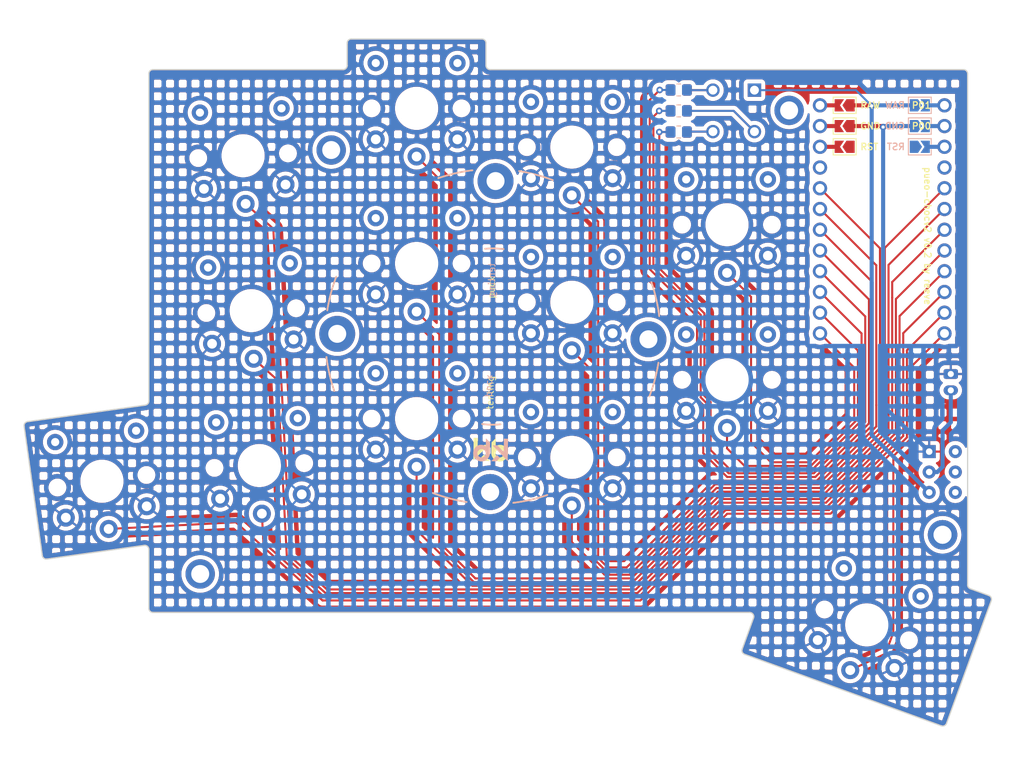
<source format=kicad_pcb>
(kicad_pcb (version 20240108) (generator "pcbnew") (generator_version "8.0")
  (title_block (title "pueo") (rev "0.1") (company "grassfedreeve"))
  (layers (0 "F.Cu" signal) (31 "B.Cu" signal) (34 "B.Paste" user) (35 "F.Paste" user) (36 "B.SilkS" user "B.Silkscreen") (37 "F.SilkS" user "F.Silkscreen") (38 "B.Mask" user) (39 "F.Mask" user) (44 "Edge.Cuts" user))
  (net 0 "")
  (net 1 "P2")
  (net 2 "P6")
  (net 3 "P4")
  (net 4 "P3")
  (net 5 "P5")
  (net 6 "P7")
  (net 7 "P8")
  (net 8 "RAW")
  (net 9 "GND")
  (net 10 "RST")
  (net 11 "P21")
  (net 12 "P20")
  (net 13 "P19")
  (net 14 "P18")
  (net 15 "P15")
  (net 16 "P14")
  (net 17 "P16")
  (net 18 "P10")
  (net 19 "P9")
  (footprint "trochilidae:ChocV2SimpleReversible" (layer "F.Cu") (at 114.654126 66.312127 3)
    (property "Reference" "S4" (hide yes))
    (property "Value" "" (hide yes))
  )
  (footprint "trochilidae:ChocV2SimpleReversible" (layer "F.Cu") (at 190.991616 123.778467 -20)
    (property "Reference" "S13" (hide yes))
    (property "Value" "" (hide yes))
  )
  (footprint "Resistor_SMD:R_0805_2012Metric_Pad1.20x1.40mm_HandSolder" (layer "F.Cu") (at 167.981278 58.254488)
    (property "Reference" "REF**" (hide yes))
    (property "Value" "R_0805_2012Metric_Pad1.20x1.40mm_HandSolder")
  )
  (footprint "trochilidae:ChocV2SimpleReversible" (layer "F.Cu") (at 154.891617 103.258466)
    (property "Reference" "S8" (hide yes))
    (property "Value" "" (hide yes))
  )
  (footprint "" (layer "F.Cu") (at 201.2827 95.04847)
    (property "Reference" "")
    (property "Value" "")
  )
  (footprint "trochilidae:ChocV2SimpleReversible" (layer "F.Cu") (at 115.648508 85.286084 3)
    (property "Reference" "S3" (hide yes))
    (property "Value" "" (hide yes))
  )
  (footprint "trochilidae:ChocV2SimpleReversible" (layer "F.Cu") (at 135.891616 98.50847)
    (property "Reference" "S5" (hide yes))
    (property "Value" "" (hide yes))
  )
  (footprint "" (layer "F.Cu") (at 144.891617 107.508466)
    (property "Reference" "")
    (property "Value" "")
  )
  (footprint "trochilidae:M2MountingHoleSimple" (layer "F.Cu") (at 109.402834 117.541819)
    (property "Reference" "REF**" (hide yes))
    (property "Value" "Val**" (hide yes))
  )
  (footprint "Resistor_SMD:R_0805_2012Metric_Pad1.20x1.40mm_HandSolder" (layer "F.Cu") (at 167.981278 60.817944)
    (property "Reference" "REF**" (hide yes))
    (property "Value" "R_0805_2012Metric_Pad1.20x1.40mm_HandSolder")
  )
  (footprint "trochilidae:ChocV2SimpleReversible" (layer "F.Cu") (at 173.891619 74.758469)
    (property "Reference" "S12" (hide yes))
    (property "Value" "" (hide yes))
  )
  (footprint "trochilidae:M2MountingHoleSimple" (layer "F.Cu") (at 125.439323 65.61308)
    (property "Reference" "REF**" (hide yes))
    (property "Value" "Val**" (hide yes))
  )
  (footprint "" (layer "F.Cu") (at 201.282701 93.048471)
    (property "Reference" "")
    (property "Value" "")
  )
  (footprint "trochilidae:ChocV2SimpleReversible" (layer "F.Cu") (at 173.891617 93.758465)
    (property "Reference" "S11" (hide yes))
    (property "Value" "" (hide yes))
  )
  (footprint "trochilidae:ChocV2SimpleReversible" (layer "F.Cu") (at 154.891618 65.258469)
    (property "Reference" "S10" (hide yes))
    (property "Value" "" (hide yes))
  )
  (footprint "trochilidae:M2MountingHoleSimple" (layer "F.Cu") (at 181.491618 60.758466)
    (property "Reference" "REF**" (hide yes))
    (property "Value" "Val**" (hide yes))
  )
  (footprint "trochilidae:ProMicroSimpleJumper" (layer "F.Cu") (at 192.891618 74.108468 -90)
    (property "Reference" "MCU1" (hide yes))
    (property "Value" "" (hide yes))
  )
  (footprint "trochilidae:ChocV2SimpleReversible" (layer "F.Cu") (at 135.891615 79.508466)
    (property "Reference" "S6" (hide yes))
    (property "Value" "" (hide yes))
  )
  (footprint "trochilidae:ChocV2SimpleReversible" (layer "F.Cu") (at 116.642893 104.260046 3)
    (property "Reference" "S2" (hide yes))
    (property "Value" "" (hide yes))
  )
  (footprint "trochilidae:ChocV2SimpleReversible" (layer "F.Cu") (at 135.891618 60.508467)
    (property "Reference" "S7" (hide yes))
    (property "Value" "" (hide yes))
  )
  (footprint "Resistor_SMD:R_0805_2012Metric_Pad1.20x1.40mm_HandSolder" (layer "F.Cu") (at 167.981279 63.404489)
    (property "Reference" "REF**" (hide yes))
    (property "Value" "R_0805_2012Metric_Pad1.20x1.40mm_HandSolder")
  )
  (footprint "trochilidae:M2MountingHoleSimple" (layer "F.Cu") (at 200.274472 112.742162)
    (property "Reference" "REF**" (hide yes))
    (property "Value" "Val**" (hide yes))
  )
  (footprint "trochilidae:Tenting_Puck2" (layer "F.Cu") (at 145.224085 88.461367 -1)
    (property "Reference" "REF**" (hide yes))
    (property "Value" "Tenting Puck" (hide yes))
  )
  (footprint "" (layer "F.Cu") (at 200.274472 112.742162)
    (property "Reference" "")
    (property "Value" "")
  )
  (footprint "trochilidae:ChocV2SimpleReversible" (layer "F.Cu") (at 97.374678 106.185178 8)
    (property "Reference" "S1" (hide yes))
    (property "Value" "" (hide yes))
  )
  (footprint "trochilidae:LED_1451" (layer "F.Cu") (at 174.70814 60.817938 -90)
    (property "Reference" "REF**" (hide yes))
    (property "Value" "LED_1451")
  )
  (footprint "trochilidae:ChocV2SimpleReversible" (layer "F.Cu") (at 154.891619 84.258469)
    (property "Reference" "S9" (hide yes))
    (property "Value" "" (hide yes))
  )
  (footprint "Resistor_SMD:R_0805_2012Metric_Pad1.20x1.40mm_HandSolder" (layer "B.Cu") (at 167.981278 58.254488 180)
    (property "Reference" "REF**" (hide yes))
    (property "Value" "R_0805_2012Metric_Pad1.20x1.40mm_HandSolder")
  )
  (footprint "Resistor_SMD:R_0805_2012Metric_Pad1.20x1.40mm_HandSolder" (layer "B.Cu") (at 167.981279 63.404489 180)
    (property "Reference" "REF**" (hide yes))
    (property "Value" "R_0805_2012Metric_Pad1.20x1.40mm_HandSolder")
  )
  (footprint "Button_Switch_THT:SW_E-Switch_EG1271_SPDT" (layer "B.Cu") (at 198.638611 102.553469 -90)
    (property "Reference" "on/off" (hide yes))
    (property "Value" "SW_E-Switch_EG1271_SPDT" (hide yes))
  )
  (footprint "Resistor_SMD:R_0805_2012Metric_Pad1.20x1.40mm_HandSolder" (layer "B.Cu") (at 167.981278 60.817944 180)
    (property "Reference" "REF**" (hide yes))
    (property "Value" "R_0805_2012Metric_Pad1.20x1.40mm_HandSolder")
  )
  (gr_arc (start 127.391617 52.508462) (mid 127.538066 52.154904) (end 127.891618 52.008467) (stroke (width 0.15)) (layer "Edge.Cuts"))
  (gr_line (start 205.937191 120.172699) (end 203.670607 119.347735) (stroke (width 0.15)) (layer "Edge.Cuts"))
  (gr_arc (start 127.391617 55.258467) (mid 127.245171 55.612014) (end 126.891616 55.75847) (stroke (width 0.15)) (layer "Edge.Cuts"))
  (gr_line (start 87.844017 99.446004) (end 90.070787 115.290293) (stroke (width 0.15)) (layer "Edge.Cuts"))
  (gr_line (start 203.341619 118.877887) (end 203.341618 56.258468) (stroke (width 0.15)) (layer "Edge.Cuts"))
  (gr_line (start 88.269563 98.881282) (end 102.686206 96.855156) (stroke (width 0.15)) (layer "Edge.Cuts"))
  (gr_arc (start 103.116618 56.258467) (mid 103.263065 55.904907) (end 103.616618 55.758466) (stroke (width 0.15)) (layer "Edge.Cuts"))
  (gr_arc (start 200.763705 135.848639) (mid 200.505172 136.130813) (end 200.122846 136.147473) (stroke (width 0.15)) (layer "Edge.Cuts"))
  (gr_arc (start 144.891616 55.758467) (mid 144.538086 55.612007) (end 144.391618 55.258466) (stroke (width 0.15)) (layer "Edge.Cuts"))
  (gr_line (start 177.135354 122.92948) (end 175.747211 126.74338) (stroke (width 0.15)) (layer "Edge.Cuts"))
  (gr_arc (start 103.116616 96.360023) (mid 102.993951 96.688013) (end 102.686206 96.855156) (stroke (width 0.15)) (layer "Edge.Cuts"))
  (gr_arc (start 202.841618 55.758469) (mid 203.195189 55.904912) (end 203.341618 56.258468) (stroke (width 0.15)) (layer "Edge.Cuts"))
  (gr_line (start 143.891619 52.008471) (end 127.891618 52.008467) (stroke (width 0.15)) (layer "Edge.Cuts"))
  (gr_line (start 126.891616 55.75847) (end 103.616618 55.758466) (stroke (width 0.15)) (layer "Edge.Cuts"))
  (gr_line (start 103.116618 114.536918) (end 103.116617 121.758467) (stroke (width 0.15)) (layer "Edge.Cuts"))
  (gr_line (start 144.391618 55.258466) (end 144.391617 52.508469) (stroke (width 0.15)) (layer "Edge.Cuts"))
  (gr_arc (start 102.54703 114.041786) (mid 102.944655 114.159551) (end 103.116618 114.536918) (stroke (width 0.15)) (layer "Edge.Cuts"))
  (gr_arc (start 90.635506 115.71584) (mid 90.265027 115.620009) (end 90.070787 115.290293) (stroke (width 0.15)) (layer "Edge.Cuts"))
  (gr_arc (start 176.046045 127.384233) (mid 175.76389 127.125697) (end 175.747211 126.74338) (stroke (width 0.15)) (layer "Edge.Cuts"))
  (gr_line (start 200.763705 135.848639) (end 206.236028 120.813557) (stroke (width 0.15)) (layer "Edge.Cuts"))
  (gr_arc (start 87.844017 99.446007) (mid 87.939813 99.075486) (end 88.269563 98.881282) (stroke (width 0.15)) (layer "Edge.Cuts"))
  (gr_line (start 176.046045 127.384233) (end 200.122846 136.147473) (stroke (width 0.15)) (layer "Edge.Cuts"))
  (gr_line (start 202.841618 55.758469) (end 144.891616 55.758467) (stroke (width 0.15)) (layer "Edge.Cuts"))
  (gr_arc (start 176.665508 122.258469) (mid 177.075122 122.47167) (end 177.135354 122.92948) (stroke (width 0.15)) (layer "Edge.Cuts"))
  (gr_line (start 103.616618 122.258466) (end 176.665508 122.258469) (stroke (width 0.15)) (layer "Edge.Cuts"))
  (gr_line (start 103.116618 56.258467) (end 103.116616 96.360023) (stroke (width 0.15)) (layer "Edge.Cuts"))
  (gr_arc (start 103.616618 122.258466) (mid 103.263089 122.112008) (end 103.116617 121.758467) (stroke (width 0.15)) (layer "Edge.Cuts"))
  (gr_arc (start 205.937192 120.172699) (mid 206.219333 120.431242) (end 206.236027 120.813558) (stroke (width 0.15)) (layer "Edge.Cuts"))
  (gr_arc (start 203.670607 119.347735) (mid 203.432051 119.164674) (end 203.341619 118.877887) (stroke (width 0.15)) (layer "Edge.Cuts"))
  (gr_line (start 90.635506 115.71584) (end 102.547031 114.041786) (stroke (width 0.15)) (layer "Edge.Cuts"))
  (gr_arc (start 143.891619 52.008471) (mid 144.245193 52.154905) (end 144.391617 52.508469) (stroke (width 0.15)) (layer "Edge.Cuts"))
  (gr_line (start 127.391617 52.508462) (end 127.391617 55.258467) (stroke (width 0.15)) (layer "Edge.Cuts"))
  (gr_text "pueo-chocv2 v0.2 by reeve\n\n\n" (at 195.4 67.6 270) (layer "F.SilkS") (effects (font (size 0.8 0.8)) (justify left bottom)))
  (segment (start 172.168143 58.277938) (end 169.004727 58.277939) (width 0.25) (layer "F.Cu") (net 0))
  (segment (start 172.168141 63.357939) (end 169.027834 63.357941) (width 0.25) (layer "F.Cu") (net 0))
  (segment (start 174.70814 60.817938) (end 168.98128 60.817945) (width 0.25) (layer "F.Cu") (net 0))
  (segment (start 169.027834 63.357941) (end 168.981279 63.404489) (width 0.25) (layer "F.Cu") (net 0))
  (segment (start 169.004727 58.277939) (end 168.981278 58.254492) (width 0.25) (layer "F.Cu") (net 0))
  (segment (start 177.248146 63.357937) (end 174.70814 60.817938) (width 0.25) (layer "F.Cu") (net 0))
  (segment (start 174.70814 60.817938) (end 168.98128 60.817945) (width 0.25) (layer "B.Cu") (net 0))
  (segment (start 169.004727 58.277939) (end 168.981278 58.254492) (width 0.25) (layer "B.Cu") (net 0))
  (segment (start 169.027834 63.357941) (end 168.981279 63.404489) (width 0.25) (layer "B.Cu") (net 0))
  (segment (start 201.282699 98.967347) (end 201.2827 95.04847) (width 0.5) (layer "B.Cu") (net 0))
  (segment (start 172.168141 63.357939) (end 169.027834 63.357941) (width 0.25) (layer "B.Cu") (net 0))
  (segment (start 177.248146 63.357937) (end 174.70814 60.817938) (width 0.25) (layer "B.Cu") (net 0))
  (segment (start 199.636706 105.053467) (end 200.282579 104.407599) (width 0.5) (layer "B.Cu") (net 0))
  (segment (start 200.282579 104.407599) (end 200.282582 99.96747) (width 0.5) (layer "B.Cu") (net 0))
  (segment (start 200.282582 99.96747) (end 201.282699 98.967347) (width 0.5) (layer "B.Cu") (net 0))
  (segment (start 172.168143 58.277938) (end 169.004727 58.277939) (width 0.25) (layer "B.Cu") (net 0))
  (segment (start 198.638603 105.053469) (end 199.636706 105.053467) (width 0.5) (layer "B.Cu") (net 0))
  (segment (start 185.271618 70.298469) (end 192.611618 77.63847) (width 0.25) (layer "F.Cu") (net 1))
  (segment (start 185.261617 107.010471) (end 183.836619 107.010469) (width 0.25) (layer "F.Cu") (net 1))
  (segment (start 185.63462 106.637467) (end 185.261617 107.010471) (width 0.25) (layer "F.Cu") (net 1))
  (segment (start 172.610449 107.01047) (end 161.986447 117.634469) (width 0.25) (layer "F.Cu") (net 1))
  (segment (start 180.068619 107.010466) (end 172.610449 107.01047) (width 0.25) (layer "F.Cu") (net 1))
  (segment (start 183.836619 107.010469) (end 180.068619 107.010466) (width 0.25) (layer "F.Cu") (net 1))
  (segment (start 158.898824 117.634468) (end 154.891617 113.627257) (width 0.25) (layer "F.Cu") (net 1))
  (segment (start 192.611614 99.660468) (end 185.63462 106.637467) (width 0.25) (layer "F.Cu") (net 1))
  (segment (start 180.068619 107.010466) (end 179.750615 107.010471) (width 0.25) (layer "F.Cu") (net 1))
  (segment (start 192.611618 77.63847) (end 192.611614 99.660468) (width 0.25) (layer "F.Cu") (net 1))
  (segment (start 154.891617 113.627257) (end 154.891616 109.158466) (width 0.25) (layer "F.Cu") (net 1))
  (segment (start 161.986447 117.634469) (end 158.898824 117.634468) (width 0.25) (layer "F.Cu") (net 1))
  (segment (start 184.516034 105.210464) (end 190.811617 98.914884) (width 0.25) (layer "F.Cu") (net 2))
  (segment (start 174.088827 105.210466) (end 184.516034 105.210464) (width 0.25) (layer "F.Cu") (net 2))
  (segment (start 164.87829 61.529196) (end 164.878289 80.016535) (width 0.25) (layer "F.Cu") (net 2))
  (segment (start 170.666617 92.422627) (end 170.666617 95.90447) (width 0.25) (layer "F.Cu") (net 2))
  (segment (start 166.981279 60.81794) (end 165.58955 60.81794) (width 0.25) (layer "F.Cu") (net 2))
  (segment (start 171.429617 96.667468) (end 171.429618 102.551259) (width 0.25) (layer "F.Cu") (net 2))
  (segment (start 190.811617 85.998471) (end 185.271618 80.458469) (width 0.25) (layer "F.Cu") (net 2))
  (segment (start 171.429618 102.551259) (end 174.088827 105.210466) (width 0.25) (layer "F.Cu") (net 2))
  (segment (start 170.67162 85.809866) (end 170.671619 92.417627) (width 0.25) (layer "F.Cu") (net 2))
  (segment (start 164.878289 80.016535) (end 170.67162 85.809866) (width 0.25) (layer "F.Cu") (net 2))
  (segment (start 170.671619 92.417627) (end 170.666617 92.422627) (width 0.25) (layer "F.Cu") (net 2))
  (segment (start 190.811617 98.914884) (end 190.811617 85.998471) (width 0.25) (layer "F.Cu") (net 2))
  (segment (start 170.666617 95.90447) (end 171.429617 96.667468) (width 0.25) (layer "F.Cu") (net 2))
  (segment (start 165.58955 60.81794) (end 164.87829 61.529196) (width 0.25) (layer "F.Cu") (net 2))
  (via (at 165.58955 60.81794) (size 0.8) (drill 0.4) (layers "F.Cu" "B.Cu") (net 2))
  (segment (start 166.981279 60.81794) (end 165.58955 60.81794) (width 0.25) (layer "B.Cu") (net 2))
  (segment (start 191.711617 95.260468) (end 191.711616 99.287679) (width 0.25) (layer "F.Cu") (net 3))
  (segment (start 172.237661 106.11047) (end 162.703139 115.644987) (width 0.25) (layer "F.Cu") (net 3))
  (segment (start 162.783135 115.564991) (end 161.613658 116.734466) (width 0.25) (layer "F.Cu") (net 3))
  (segment (start 173.291617 106.110467) (end 172.237661 106.11047) (width 0.25) (layer "F.Cu") (net 3))
  (segment (start 191.711618 81.818469) (end 191.711617 95.260468) (width 0.25) (layer "F.Cu") (net 3))
  (segment (start 158.116619 115.579469) (end 158.116616 74.383469) (width 0.25) (layer "F.Cu") (net 3))
  (segment (start 191.711616 99.287679) (end 185.375221 105.624072) (width 0.25) (layer "F.Cu") (net 3))
  (segment (start 161.613658 116.734466) (end 159.271615 116.73447) (width 0.25) (layer "F.Cu") (net 3))
  (segment (start 178.411617 106.110465) (end 173.291617 106.110467) (width 0.25) (layer "F.Cu") (net 3))
  (segment (start 184.888828 106.110469) (end 178.411617 106.110465) (width 0.25) (layer "F.Cu") (net 3))
  (segment (start 185.271618 75.378466) (end 191.711618 81.818469) (width 0.25) (layer "F.Cu") (net 3))
  (segment (start 159.271615 116.73447) (end 158.116619 115.579469) (width 0.25) (layer "F.Cu") (net 3))
  (segment (start 185.375221 105.624072) (end 184.888828 106.110469) (width 0.25) (layer "F.Cu") (net 3))
  (segment (start 158.116616 74.383469) (end 154.891619 71.158467) (width 0.25) (layer "F.Cu") (net 3))
  (segment (start 161.800053 117.184469) (end 159.085225 117.184469) (width 0.25) (layer "F.Cu") (net 4))
  (segment (start 178.921616 106.560468) (end 178.670616 106.560468) (width 0.25) (layer "F.Cu") (net 4))
  (segment (start 172.424054 106.560468) (end 161.800053 117.184469) (width 0.25) (layer "F.Cu") (net 4))
  (segment (start 185.27162 72.838465) (end 192.161621 79.728467) (width 0.25) (layer "F.Cu") (net 4))
  (segment (start 182.599616 106.560469) (end 178.921616 106.560468) (width 0.25) (layer "F.Cu") (net 4))
  (segment (start 192.161615 99.474071) (end 185.184422 106.451271) (width 0.25) (layer "F.Cu") (net 4))
  (segment (start 159.085225 117.184469) (end 157.66662 115.765863) (width 0.25) (layer "F.Cu") (net 4))
  (segment (start 192.161621 79.728467) (end 192.16162 96.860465) (width 0.25) (layer "F.Cu") (net 4))
  (segment (start 178.921616 106.560468) (end 172.424054 106.560468) (width 0.25) (layer "F.Cu") (net 4))
  (segment (start 157.66662 115.765863) (end 157.666622 92.933466) (width 0.25) (layer "F.Cu") (net 4))
  (segment (start 192.16162 96.860465) (end 192.161615 99.474071) (width 0.25) (layer "F.Cu") (net 4))
  (segment (start 185.075222 106.560469) (end 182.599616 106.560469) (width 0.25) (layer "F.Cu") (net 4))
  (segment (start 185.184422 106.451271) (end 185.075222 106.560469) (width 0.25) (layer "F.Cu") (net 4))
  (segment (start 157.666622 92.933466) (end 154.891618 90.158466) (width 0.25) (layer "F.Cu") (net 4))
  (segment (start 170.216617 86.861464) (end 170.216615 95.878471) (width 0.25) (layer "F.Cu") (net 5))
  (segment (start 170.221619 85.99626) (end 170.221617 86.856467) (width 0.25) (layer "F.Cu") (net 5))
  (segment (start 170.979618 102.737655) (end 173.902431 105.660468) (width 0.25) (layer "F.Cu") (net 5))
  (segment (start 164.42829 80.202934) (end 170.221619 85.99626) (width 0.25) (layer "F.Cu") (net 5))
  (segment (start 170.221617 86.856467) (end 170.216617 86.861464) (width 0.25) (layer "F.Cu") (net 5))
  (segment (start 173.902431 105.660468) (end 184.702429 105.660467) (width 0.25) (layer "F.Cu") (net 5))
  (segment (start 191.261615 99.101281) (end 191.261619 83.908467) (width 0.25) (layer "F.Cu") (net 5))
  (segment (start 170.216615 96.090865) (end 170.979618 96.853863) (width 0.25) (layer "F.Cu") (net 5))
  (segment (start 165.652995 58.25449) (end 164.428288 59.479195) (width 0.25) (layer "F.Cu") (net 5))
  (segment (start 164.428288 59.479195) (end 164.42829 80.202934) (width 0.25) (layer "F.Cu") (net 5))
  (segment (start 166.98128 58.254495) (end 165.652995 58.25449) (width 0.25) (layer "F.Cu") (net 5))
  (segment (start 191.261619 83.908467) (end 185.271618 77.918466) (width 0.25) (layer "F.Cu") (net 5))
  (segment (start 170.216615 95.878471) (end 170.216615 96.090865) (width 0.25) (layer "F.Cu") (net 5))
  (segment (start 170.979618 96.853863) (end 170.979618 102.737655) (width 0.25) (layer "F.Cu") (net 5))
  (segment (start 184.702429 105.660467) (end 191.261615 99.101281) (width 0.25) (layer "F.Cu") (net 5))
  (via (at 165.652995 58.25449) (size 0.8) (drill 0.4) (layers "F.Cu" "B.Cu") (net 5))
  (segment (start 166.98128 58.254495) (end 165.652995 58.25449) (width 0.25) (layer "B.Cu") (net 5))
  (segment (start 171.12162 85.623464) (end 171.121617 92.604026) (width 0.25) (layer "F.Cu") (net 6))
  (segment (start 166.981279 63.40449) (end 165.603292 63.404489) (width 0.25) (layer "F.Cu") (net 6))
  (segment (start 190.361618 98.72849) (end 186.120629 102.969479) (width 0.25) (layer "F.Cu") (net 6))
  (segment (start 186.120629 102.969479) (end 186.02063 103.069478) (width 0.25) (layer "F.Cu") (net 6))
  (segment (start 185.271617 82.998468) (end 190.361616 88.088467) (width 0.25) (layer "F.Cu") (net 6))
  (segment (start 166.506284 63.879494) (end 166.981279 63.40449) (width 0.25) (layer "F.Cu") (net 6))
  (segment (start 165.603292 63.404489) (end 165.603291 80.105145) (width 0.25) (layer "F.Cu") (net 6))
  (segment (start 184.329635 104.760466) (end 186.120629 102.969479) (width 0.25) (layer "F.Cu") (net 6))
  (segment (start 190.361616 88.088467) (end 190.361618 98.72849) (width 0.25) (layer "F.Cu") (net 6))
  (segment (start 171.121617 92.604026) (end 171.11662 92.609026) (width 0.25) (layer "F.Cu") (net 6))
  (segment (start 171.116618 95.718071) (end 171.879618 96.481071) (width 0.25) (layer "F.Cu") (net 6))
  (segment (start 165.603291 80.105145) (end 171.12162 85.623464) (width 0.25) (layer "F.Cu") (net 6))
  (segment (start 171.87962 102.364863) (end 174.275223 104.760468) (width 0.25) (layer "F.Cu") (net 6))
  (segment (start 171.11662 92.609026) (end 171.116618 95.718071) (width 0.25) (layer "F.Cu") (net 6))
  (segment (start 174.275223 104.760468) (end 184.329635 104.760466) (width 0.25) (layer "F.Cu") (net 6))
  (segment (start 171.879618 96.481071) (end 171.87962 102.364863) (width 0.25) (layer "F.Cu") (net 6))
  (via (at 165.603292 63.404489) (size 0.8) (drill 0.4) (layers "F.Cu" "B.Cu") (net 6))
  (segment (start 166.981279 63.40449) (end 165.603292 63.404489) (width 0.25) (layer "B.Cu") (net 6))
  (segment (start 189.911616 98.542093) (end 186.502432 101.951278) (width 0.25) (layer "F.Cu") (net 7))
  (segment (start 186.502432 101.951278) (end 186.40243 102.051282) (width 0.25) (layer "F.Cu") (net 7))
  (segment (start 189.911619 98.260468) (end 189.911616 98.542093) (width 0.25) (layer "F.Cu") (net 7))
  (segment (start 185.271616 85.53847) (end 189.911618 90.178467) (width 0.25) (layer "F.Cu") (net 7))
  (segment (start 176.046617 104.310469) (end 173.891618 102.155465) (width 0.25) (layer "F.Cu") (net 7))
  (segment (start 184.143242 104.310467) (end 176.046617 104.310469) (width 0.25) (layer "F.Cu") (net 7))
  (segment (start 173.891618 102.155465) (end 173.891619 99.658466) (width 0.25) (layer "F.Cu") (net 7))
  (segment (start 189.911618 90.178467) (end 189.911619 98.260468) (width 0.25) (layer "F.Cu") (net 7))
  (segment (start 186.502432 101.951278) (end 184.143242 104.310467) (width 0.25) (layer "F.Cu") (net 7))
  (segment (start 189.016619 60.138467) (end 191.538467 60.138467) (width 0.5) (layer "F.Cu") (net 8))
  (segment (start 191.538467 60.138467) (end 191.6 60.2) (width 0.5) (layer "F.Cu") (net 8))
  (via (at 191.6 60.2) (size 0.8) (drill 0.4) (layers "F.Cu" "B.Cu") (net 8))
  (segment (start 191.6 60.2) (end 189.677937 58.277937) (width 0.25) (layer "B.Cu") (net 8))
  (segment (start 177.248143 58.277939) (end 177.396733 58.129343) (width 0.25) (layer "B.Cu") (net 8))
  (segment (start 198.638619 107.553467) (end 191.6 100.514848) (width 0.5) (layer "B.Cu") (net 8))
  (segment (start 189.677937 58.277937) (end 177.248141 58.277937) (width 0.25) (layer "B.Cu") (net 8))
  (segment (start 191.661532 60.138468) (end 191.6 60.2) (width 0.5) (layer "B.Cu") (net 8))
  (segment (start 191.6 100.514848) (end 191.6 60.2) (width 0.5) (layer "B.Cu") (net 8))
  (segment (start 196.76662 60.138468) (end 191.661532 60.138468) (width 0.5) (layer "B.Cu") (net 8))
  (segment (start 189.016618 62.678467) (end 192.878467 62.678467) (width 0.5) (layer "F.Cu") (net 9))
  (segment (start 192.878467 62.678467) (end 193 62.8) (width 0.5) (layer "F.Cu") (net 9))
  (via (at 193 62.8) (size 0.8) (drill 0.4) (layers "F.Cu" "B.Cu") (net 9))
  (segment (start 198.638611 102.553469) (end 193 96.914858) (width 0.5) (layer "B.Cu") (net 9))
  (segment (start 196.766617 62.678468) (end 193.121532 62.678468) (width 0.5) (layer "B.Cu") (net 9))
  (segment (start 193 96.914858) (end 193 62.8) (width 0.5) (layer "B.Cu") (net 9))
  (segment (start 193.121532 62.678468) (end 193 62.8) (width 0.5) (layer "B.Cu") (net 9))
  (segment (start 181.144614 107.460467) (end 181.011617 107.460467) (width 0.25) (layer "F.Cu") (net 11))
  (segment (start 193.211618 99.696861) (end 185.622317 107.286164) (width 0.25) (layer "F.Cu") (net 11))
  (segment (start 185.622317 107.286164) (end 185.448016 107.460466) (width 0.25) (layer "F.Cu") (net 11))
  (segment (start 184.638617 107.460465) (end 184.447617 107.460469) (width 0.25) (layer "F.Cu") (net 11))
  (segment (start 172.796843 107.460466) (end 162.172845 118.084466) (width 0.25) (layer "F.Cu") (net 11))
  (segment (start 162.172845 118.084466) (end 143.083013 118.084466) (width 0.25) (layer "F.Cu") (net 11))
  (segment (start 139.116618 114.118071) (end 139.11662 69.63347) (width 0.25) (layer "F.Cu") (net 11))
  (segment (start 143.083013 118.084466) (end 139.116618 114.118071) (width 0.25) (layer "F.Cu") (net 11))
  (segment (start 185.448016 107.460466) (end 184.638617 107.460465) (width 0.25) (layer "F.Cu") (net 11))
  (segment (start 184.638617 107.460465) (end 181.144614 107.460467) (width 0.25) (layer "F.Cu") (net 11))
  (segment (start 181.144614 107.460467) (end 172.796843 107.460466) (width 0.25) (layer "F.Cu") (net 11))
  (segment (start 200.511616 70.298467) (end 193.211617 77.598467) (width 0.25) (layer "F.Cu") (net 11))
  (segment (start 193.211617 77.598467) (end 193.211618 99.696861) (width 0.25) (layer "F.Cu") (net 11))
  (segment (start 139.11662 69.63347) (end 135.891617 66.408471) (width 0.25) (layer "F.Cu") (net 11))
  (segment (start 193.661614 99.88326) (end 186.04801 107.496864) (width 0.25) (layer "F.Cu") (net 12))
  (segment (start 184.975619 107.910467) (end 181.660619 107.910468) (width 0.25) (layer "F.Cu") (net 12))
  (segment (start 159.558618 118.53447) (end 142.896616 118.534468) (width 0.25) (layer "F.Cu") (net 12))
  (segment (start 138.666617 88.183469) (end 138.666616 114.304467) (width 0.25) (layer "F.Cu") (net 12))
  (segment (start 186.04801 107.496864) (end 185.63441 107.910467) (width 0.25) (layer "F.Cu") (net 12))
  (segment (start 172.983243 107.910468) (end 162.359242 118.534469) (width 0.25) (layer "F.Cu") (net 12))
  (segment (start 159.681618 118.534468) (end 159.558618 118.53447) (width 0.25) (layer "F.Cu") (net 12))
  (segment (start 200.511618 72.838466) (end 193.661618 79.688467) (width 0.25) (layer "F.Cu") (net 12))
  (segment (start 138.666616 114.304467) (end 142.896616 118.534468) (width 0.25) (layer "F.Cu") (net 12))
  (segment (start 162.359242 118.534469) (end 159.681618 118.534468) (width 0.25) (layer "F.Cu") (net 12))
  (segment (start 135.891618 85.408469) (end 138.666617 88.183469) (width 0.25) (layer "F.Cu") (net 12))
  (segment (start 193.661618 95.660469) (end 193.661614 99.88326) (width 0.25) (layer "F.Cu") (net 12))
  (segment (start 181.660619 107.910468) (end 172.983243 107.910468) (width 0.25) (layer "F.Cu") (net 12))
  (segment (start 185.63441 107.910467) (end 184.975619 107.910467) (width 0.25) (layer "F.Cu") (net 12))
  (segment (start 193.661618 79.688467) (end 193.661618 95.660469) (width 0.25) (layer "F.Cu") (net 12))
  (segment (start 194.111617 81.778469) (end 194.111618 83.682072) (width 0.25) (layer "F.Cu") (net 13))
  (segment (start 162.545637 118.98447) (end 158.849617 118.984466) (width 0.25) (layer "F.Cu") (net 13))
  (segment (start 173.169638 108.360467) (end 162.545637 118.98447) (width 0.25) (layer "F.Cu") (net 13))
  (segment (start 187.166212 107.01506) (end 185.820806 108.360465) (width 0.25) (layer "F.Cu") (net 13))
  (segment (start 194.111618 83.682072) (end 194.111617 100.069657) (width 0.25) (layer "F.Cu") (net 13))
  (segment (start 135.891618 112.165865) (end 135.891621 104.408469) (width 0.25) (layer "F.Cu") (net 13))
  (segment (start 194.111617 100.069657) (end 187.166212 107.01506) (width 0.25) (layer "F.Cu") (net 13))
  (segment (start 182.256618 108.360468) (end 182.06862 108.360468) (width 0.25) (layer "F.Cu") (net 13))
  (segment (start 142.710221 118.984468) (end 135.891618 112.165865) (width 0.25) (layer "F.Cu") (net 13))
  (segment (start 158.77862 118.984466) (end 158.590619 118.984468) (width 0.25) (layer "F.Cu") (net 13))
  (segment (start 185.448018 108.360469) (end 182.256618 108.360468) (width 0.25) (layer "F.Cu") (net 13))
  (segment (start 158.849617 118.984466) (end 142.710221 118.984468) (width 0.25) (layer "F.Cu") (net 13))
  (segment (start 185.820806 108.360465) (end 185.448018 108.360469) (width 0.25) (layer "F.Cu") (net 13))
  (segment (start 182.256618 108.360468) (end 173.169638 108.360467) (width 0.25) (layer "F.Cu") (net 13))
  (segment (start 194.111617 81.778469) (end 200.511618 75.378468) (width 0.25) (layer "F.Cu") (net 13))
  (segment (start 158.849617 118.984466) (end 158.77862 118.984466) (width 0.25) (layer "F.Cu") (net 13))
  (segment (start 157.846614 119.43447) (end 124.91568 119.434467) (width 0.25) (layer "F.Cu") (net 14))
  (segment (start 118.352273 75.255841) (end 120.271957 111.885622) (width 0.25) (layer "F.Cu") (net 14))
  (segment (start 186.007202 108.810465) (end 173.356033 108.810465) (width 0.25) (layer "F.Cu") (net 14))
  (segment (start 162.732032 119.434466) (end 157.846614 119.43447) (width 0.25) (layer "F.Cu") (net 14))
  (segment (start 200.511617 77.918467) (end 194.561621 83.868471) (width 0.25) (layer "F.Cu") (net 14))
  (segment (start 120.271957 111.885622) (end 120.457189 115.420022) (width 0.25) (layer "F.Cu") (net 14))
  (segment (start 173.356033 108.810465) (end 162.732032 119.434466) (width 0.25) (layer "F.Cu") (net 14))
  (segment (start 114.962905 72.204043) (end 118.352273 75.255841) (width 0.25) (layer "F.Cu") (net 14))
  (segment (start 194.561617 100.256051) (end 186.007202 108.810465) (width 0.25) (layer "F.Cu") (net 14))
  (segment (start 194.561621 83.868471) (end 194.561617 100.256051) (width 0.25) (layer "F.Cu") (net 14))
  (segment (start 120.457189 115.420022) (end 124.91568 119.434467) (width 0.25) (layer "F.Cu") (net 14))
  (segment (start 195.011616 85.958466) (end 195.011614 100.442448) (width 0.25) (layer "F.Cu") (net 15))
  (segment (start 186.193597 109.260467) (end 173.542429 109.260469) (width 0.25) (layer "F.Cu") (net 15))
  (segment (start 157.960616 119.884465) (end 157.351617 119.884469) (width 0.25) (layer "F.Cu") (net 15))
  (segment (start 120.01756 115.629716) (end 124.742944 119.884468) (width 0.25) (layer "F.Cu") (net 15))
  (segment (start 124.742944 119.884468) (end 124.793005 119.884469) (width 0.25) (layer "F.Cu") (net 15))
  (segment (start 124.793005 119.884469) (end 124.793064 119.884465) (width 0.25) (layer "F.Cu") (net 15))
  (segment (start 162.91843 119.884469) (end 157.960616 119.884465) (width 0.25) (layer "F.Cu") (net 15))
  (segment (start 118.87372 93.803963) (end 120.01756 115.629716) (width 0.25) (layer "F.Cu") (net 15))
  (segment (start 115.95729 91.177999) (end 118.87372 93.803963) (width 0.25) (layer "F.Cu") (net 15))
  (segment (start 200.511617 80.458466) (end 195.011616 85.958466) (width 0.25) (layer "F.Cu") (net 15))
  (segment (start 124.793064 119.884465) (end 157.960616 119.884465) (width 0.25) (layer "F.Cu") (net 15))
  (segment (start 195.011614 100.442448) (end 186.193597 109.260467) (width 0.25) (layer "F.Cu") (net 15))
  (segment (start 173.542429 109.260469) (end 162.91843 119.884469) (width 0.25) (layer "F.Cu") (net 15))
  (segment (start 195.461617 100.628842) (end 186.379993 109.71047) (width 0.25) (layer "F.Cu") (net 16))
  (segment (start 117.134438 113.639275) (end 124.570202 120.334469) (width 0.25) (layer "F.Cu") (net 16))
  (segment (start 173.728826 109.71047) (end 163.104825 120.334464) (width 0.25) (layer "F.Cu") (net 16))
  (segment (start 156.927619 120.334468) (end 124.713504 120.334469) (width 0.25) (layer "F.Cu") (net 16))
  (segment (start 186.379993 109.71047) (end 173.728826 109.71047) (width 0.25) (layer "F.Cu") (net 16))
  (segment (start 156.927619 120.334468) (end 156.693616 120.334463) (width 0.25) (layer "F.Cu") (net 16))
  (segment (start 195.46162 88.048466) (end 195.461617 100.628842) (width 0.25) (layer "F.Cu") (net 16))
  (segment (start 163.104825 120.334464) (end 156.927619 120.334468) (width 0.25) (layer "F.Cu") (net 16))
  (segment (start 200.511614 82.998467) (end 195.46162 88.048466) (width 0.25) (layer "F.Cu") (net 16))
  (segment (start 117.111093 113.193842) (end 117.134438 113.639275) (width 0.25) (layer "F.Cu") (net 16))
  (segment (start 116.951675 110.15196) (end 117.111093 113.193842) (width 0.25) (layer "F.Cu") (net 16))
  (segment (start 124.570202 120.334469) (end 124.713504 120.334469) (width 0.25) (layer "F.Cu") (net 16))
  (segment (start 195.911619 90.138469) (end 195.911618 100.815239) (width 0.25) (layer "F.Cu") (net 17))
  (segment (start 195.911618 100.815239) (end 186.566391 110.160468) (width 0.25) (layer "F.Cu") (net 17))
  (segment (start 113.765903 111.211765) (end 118.915943 115.848883) (width 0.25) (layer "F.Cu") (net 17))
  (segment (start 156.282619 120.784469) (end 156.119618 120.784468) (width 0.25) (layer "F.Cu") (net 17))
  (segment (start 163.291222 120.784469) (end 156.282619 120.784469) (width 0.25) (layer "F.Cu") (net 17))
  (segment (start 98.195801 112.027761) (end 113.765903 111.211765) (width 0.25) (layer "F.Cu") (net 17))
  (segment (start 118.915943 115.848883) (end 118.91737 115.876126) (width 0.25) (layer "F.Cu") (net 17))
  (segment (start 186.566391 110.160468) (end 173.915221 110.160468) (width 0.25) (layer "F.Cu") (net 17))
  (segment (start 118.91737 115.876126) (end 124.368636 120.784468) (width 0.25) (layer "F.Cu") (net 17))
  (segment (start 124.368636 120.784468) (end 124.415904 120.781992) (width 0.25) (layer "F.Cu") (net 17))
  (segment (start 173.915221 110.160468) (end 163.291222 120.784469) (width 0.25) (layer "F.Cu") (net 17))
  (segment (start 200.511618 85.538467) (end 195.911619 90.138469) (width 0.25) (layer "F.Cu") (net 17))
  (segment (start 156.282619 120.784469) (end 124.418653 120.784466) (width 0.25) (layer "F.Cu") (net 17))
  (segment (start 124.415904 120.781992) (end 124.418653 120.784466) (width 0.25) (layer "F.Cu") (net 17))
  (segment (start 195.657204 101.706053) (end 195.657202 101.706052) (width 0.25) (layer "F.Cu") (net 18))
  (segment (start 200.511617 88.078465) (end 196.361617 92.228467) (width 0.25) (layer "F.Cu") (net 18))
  (segment (start 193.298729 127.305857) (end 194.250642 124.6905) (width 0.25) (layer "F.Cu") (net 18))
  (segment (start 196.361613 101.001635) (end 195.742702 101.620551) (width 0.25) (layer "F.Cu") (net 18))
  (segment (start 196.361617 92.228467) (end 196.361613 101.001635) (width 0.25) (layer "F.Cu") (net 18))
  (segment (start 188.973697 129.322653) (end 193.298729 127.305857) (width 0.25) (layer "F.Cu") (net 18))
  (segment (start 195.742702 101.620551) (end 195.657204 101.706053) (width 0.25) (layer "F.Cu") (net 18))
  (segment (start 194.250642 124.6905) (end 194.250643 103.112615) (width 0.25) (layer "F.Cu") (net 18))
  (segment (start 195.657202 101.706052) (end 194.250643 103.112615) (width 0.25) (layer "F.Cu") (net 18))
  (segment (start 187.884233 99.933081) (end 183.956845 103.86047) (width 0.25) (layer "F.Cu") (net 19))
  (segment (start 179.273618 103.860466) (end 176.833614 101.420471) (width 0.25) (layer "F.Cu") (net 19))
  (segment (start 189.461621 92.268465) (end 189.461617 96.060467) (width 0.25) (layer "F.Cu") (net 19))
  (segment (start 176.833617 83.60047) (end 173.891614 80.658468) (width 0.25) (layer "F.Cu") (net 19))
  (segment (start 183.956845 103.86047) (end 179.273618 103.860466) (width 0.25) (layer "F.Cu") (net 19))
  (segment (start 176.833614 101.420471) (end 176.833617 83.60047) (width 0.25) (layer "F.Cu") (net 19))
  (segment (start 187.884233 99.933081) (end 187.684233 100.13308) (width 0.25) (layer "F.Cu") (net 19))
  (segment (start 185.271618 88.078467) (end 189.461621 92.268465) (width 0.25) (layer "F.Cu") (net 19))
  (segment (start 189.461617 96.060467) (end 189.46162 98.355697) (width 0.25) (layer "F.Cu") (net 19))
  (segment (start 189.46162 98.355697) (end 187.884233 99.933081) (width 0.25) (layer "F.Cu") (net 19))
  (zone (net 9) (net_name "GND") (layers "F&B.Cu") (connect_pads (clearance 0.508)) (min_thickness 0.25) (fill yes (mode hatch) (thermal_gap 0.5) (thermal_bridge_width 0.25) (hatch_thickness 0.55) (hatch_gap 1) (hatch_orientation 0) (hatch_smoothing_level 1) (hatch_smoothing_value 0.2) (hatch_border_algorithm hatch_thickness) (hatch_min_hole_area 0.3))
    (polygon (pts (xy 210.263621 140.209465) (xy 209.895564 47.235698) (xy 84.895566 47.235703) (xy 84.895566 132.2357)))
  )
)
</source>
